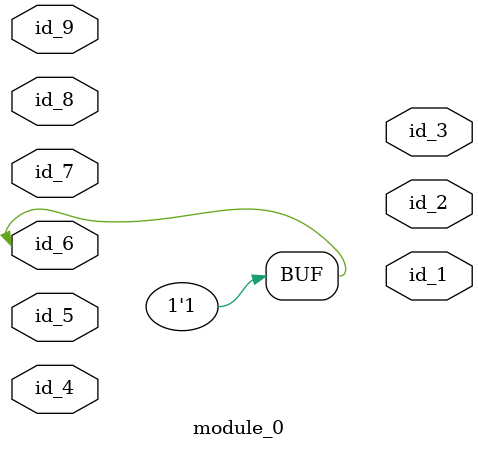
<source format=v>
module module_0 (
    id_1,
    id_2,
    id_3,
    id_4,
    id_5,
    id_6,
    id_7,
    id_8,
    id_9
);
  inout id_9;
  input id_8;
  input id_7;
  inout id_6;
  inout id_5;
  input id_4;
  output id_3;
  output id_2;
  output id_1;
  assign id_6 = 1;
endmodule

</source>
